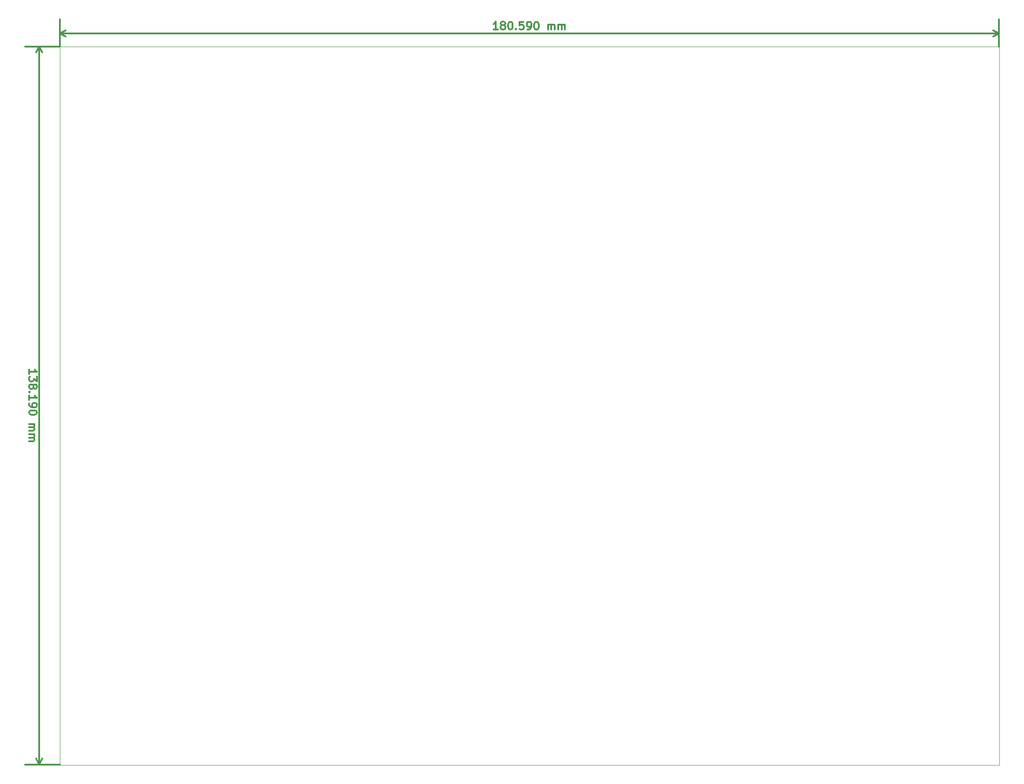
<source format=gbr>
G04 (created by PCBNEW (2013-07-07 BZR 4022)-stable) date 12/17/2014 10:58:18 AM*
%MOIN*%
G04 Gerber Fmt 3.4, Leading zero omitted, Abs format*
%FSLAX34Y34*%
G01*
G70*
G90*
G04 APERTURE LIST*
%ADD10C,0.00590551*%
%ADD11C,0.011811*%
%ADD12C,0.00393701*%
G04 APERTURE END LIST*
G54D10*
G54D11*
X24221Y-57985D02*
X24221Y-57648D01*
X24221Y-57816D02*
X24812Y-57816D01*
X24727Y-57760D01*
X24671Y-57704D01*
X24643Y-57648D01*
X24812Y-58182D02*
X24812Y-58548D01*
X24587Y-58351D01*
X24587Y-58435D01*
X24559Y-58491D01*
X24530Y-58519D01*
X24474Y-58548D01*
X24334Y-58548D01*
X24277Y-58519D01*
X24249Y-58491D01*
X24221Y-58435D01*
X24221Y-58266D01*
X24249Y-58210D01*
X24277Y-58182D01*
X24559Y-58885D02*
X24587Y-58829D01*
X24615Y-58801D01*
X24671Y-58773D01*
X24699Y-58773D01*
X24755Y-58801D01*
X24784Y-58829D01*
X24812Y-58885D01*
X24812Y-58998D01*
X24784Y-59054D01*
X24755Y-59082D01*
X24699Y-59110D01*
X24671Y-59110D01*
X24615Y-59082D01*
X24587Y-59054D01*
X24559Y-58998D01*
X24559Y-58885D01*
X24530Y-58829D01*
X24502Y-58801D01*
X24446Y-58773D01*
X24334Y-58773D01*
X24277Y-58801D01*
X24249Y-58829D01*
X24221Y-58885D01*
X24221Y-58998D01*
X24249Y-59054D01*
X24277Y-59082D01*
X24334Y-59110D01*
X24446Y-59110D01*
X24502Y-59082D01*
X24530Y-59054D01*
X24559Y-58998D01*
X24277Y-59363D02*
X24249Y-59391D01*
X24221Y-59363D01*
X24249Y-59335D01*
X24277Y-59363D01*
X24221Y-59363D01*
X24221Y-59954D02*
X24221Y-59616D01*
X24221Y-59785D02*
X24812Y-59785D01*
X24727Y-59729D01*
X24671Y-59672D01*
X24643Y-59616D01*
X24221Y-60235D02*
X24221Y-60347D01*
X24249Y-60404D01*
X24277Y-60432D01*
X24362Y-60488D01*
X24474Y-60516D01*
X24699Y-60516D01*
X24755Y-60488D01*
X24784Y-60460D01*
X24812Y-60404D01*
X24812Y-60291D01*
X24784Y-60235D01*
X24755Y-60207D01*
X24699Y-60179D01*
X24559Y-60179D01*
X24502Y-60207D01*
X24474Y-60235D01*
X24446Y-60291D01*
X24446Y-60404D01*
X24474Y-60460D01*
X24502Y-60488D01*
X24559Y-60516D01*
X24812Y-60882D02*
X24812Y-60938D01*
X24784Y-60994D01*
X24755Y-61022D01*
X24699Y-61050D01*
X24587Y-61079D01*
X24446Y-61079D01*
X24334Y-61050D01*
X24277Y-61022D01*
X24249Y-60994D01*
X24221Y-60938D01*
X24221Y-60882D01*
X24249Y-60825D01*
X24277Y-60797D01*
X24334Y-60769D01*
X24446Y-60741D01*
X24587Y-60741D01*
X24699Y-60769D01*
X24755Y-60797D01*
X24784Y-60825D01*
X24812Y-60882D01*
X24221Y-61782D02*
X24615Y-61782D01*
X24559Y-61782D02*
X24587Y-61810D01*
X24615Y-61866D01*
X24615Y-61950D01*
X24587Y-62007D01*
X24530Y-62035D01*
X24221Y-62035D01*
X24530Y-62035D02*
X24587Y-62063D01*
X24615Y-62119D01*
X24615Y-62203D01*
X24587Y-62260D01*
X24530Y-62288D01*
X24221Y-62288D01*
X24221Y-62569D02*
X24615Y-62569D01*
X24559Y-62569D02*
X24587Y-62597D01*
X24615Y-62653D01*
X24615Y-62738D01*
X24587Y-62794D01*
X24530Y-62822D01*
X24221Y-62822D01*
X24530Y-62822D02*
X24587Y-62850D01*
X24615Y-62906D01*
X24615Y-62991D01*
X24587Y-63047D01*
X24530Y-63075D01*
X24221Y-63075D01*
X24992Y-33173D02*
X24992Y-87578D01*
X26555Y-33173D02*
X23929Y-33173D01*
X26555Y-87578D02*
X23929Y-87578D01*
X24992Y-87578D02*
X24761Y-87135D01*
X24992Y-87578D02*
X25223Y-87135D01*
X24992Y-33173D02*
X24761Y-33616D01*
X24992Y-33173D02*
X25223Y-33616D01*
X59713Y-31896D02*
X59376Y-31895D01*
X59545Y-31895D02*
X59546Y-31305D01*
X59489Y-31389D01*
X59433Y-31445D01*
X59377Y-31473D01*
X60051Y-31559D02*
X59995Y-31531D01*
X59967Y-31503D01*
X59939Y-31446D01*
X59939Y-31418D01*
X59967Y-31362D01*
X59995Y-31334D01*
X60052Y-31306D01*
X60164Y-31306D01*
X60220Y-31334D01*
X60248Y-31362D01*
X60277Y-31419D01*
X60276Y-31447D01*
X60248Y-31503D01*
X60220Y-31531D01*
X60164Y-31559D01*
X60051Y-31559D01*
X59995Y-31587D01*
X59967Y-31615D01*
X59939Y-31671D01*
X59938Y-31784D01*
X59966Y-31840D01*
X59995Y-31868D01*
X60051Y-31896D01*
X60163Y-31897D01*
X60219Y-31869D01*
X60248Y-31840D01*
X60276Y-31784D01*
X60276Y-31672D01*
X60248Y-31615D01*
X60220Y-31587D01*
X60164Y-31559D01*
X60642Y-31307D02*
X60699Y-31307D01*
X60755Y-31335D01*
X60783Y-31363D01*
X60811Y-31420D01*
X60839Y-31532D01*
X60839Y-31673D01*
X60810Y-31785D01*
X60782Y-31841D01*
X60754Y-31869D01*
X60698Y-31897D01*
X60641Y-31897D01*
X60585Y-31869D01*
X60557Y-31841D01*
X60529Y-31785D01*
X60501Y-31672D01*
X60501Y-31532D01*
X60530Y-31419D01*
X60558Y-31363D01*
X60586Y-31335D01*
X60642Y-31307D01*
X61091Y-31842D02*
X61119Y-31870D01*
X61091Y-31898D01*
X61063Y-31870D01*
X61091Y-31842D01*
X61091Y-31898D01*
X61655Y-31309D02*
X61373Y-31308D01*
X61345Y-31589D01*
X61373Y-31561D01*
X61429Y-31533D01*
X61570Y-31533D01*
X61626Y-31562D01*
X61654Y-31590D01*
X61682Y-31646D01*
X61682Y-31787D01*
X61654Y-31843D01*
X61626Y-31871D01*
X61569Y-31899D01*
X61429Y-31899D01*
X61372Y-31871D01*
X61344Y-31842D01*
X61963Y-31900D02*
X62075Y-31900D01*
X62132Y-31872D01*
X62160Y-31844D01*
X62216Y-31760D01*
X62245Y-31647D01*
X62245Y-31422D01*
X62217Y-31366D01*
X62189Y-31338D01*
X62133Y-31309D01*
X62020Y-31309D01*
X61964Y-31337D01*
X61936Y-31365D01*
X61908Y-31422D01*
X61907Y-31562D01*
X61935Y-31618D01*
X61963Y-31647D01*
X62020Y-31675D01*
X62132Y-31675D01*
X62188Y-31647D01*
X62217Y-31619D01*
X62245Y-31563D01*
X62611Y-31310D02*
X62667Y-31310D01*
X62723Y-31339D01*
X62751Y-31367D01*
X62779Y-31423D01*
X62807Y-31536D01*
X62807Y-31676D01*
X62779Y-31789D01*
X62750Y-31845D01*
X62722Y-31873D01*
X62666Y-31901D01*
X62610Y-31901D01*
X62554Y-31873D01*
X62526Y-31844D01*
X62497Y-31788D01*
X62470Y-31676D01*
X62470Y-31535D01*
X62498Y-31423D01*
X62526Y-31366D01*
X62555Y-31338D01*
X62611Y-31310D01*
X63510Y-31902D02*
X63510Y-31509D01*
X63510Y-31565D02*
X63538Y-31537D01*
X63595Y-31509D01*
X63679Y-31509D01*
X63735Y-31537D01*
X63763Y-31594D01*
X63763Y-31903D01*
X63763Y-31594D02*
X63792Y-31537D01*
X63848Y-31509D01*
X63932Y-31509D01*
X63988Y-31538D01*
X64016Y-31594D01*
X64016Y-31903D01*
X64297Y-31904D02*
X64298Y-31510D01*
X64298Y-31566D02*
X64326Y-31538D01*
X64382Y-31510D01*
X64466Y-31510D01*
X64523Y-31539D01*
X64551Y-31595D01*
X64550Y-31904D01*
X64551Y-31595D02*
X64579Y-31539D01*
X64635Y-31511D01*
X64720Y-31511D01*
X64776Y-31539D01*
X64804Y-31595D01*
X64803Y-31905D01*
X26555Y-32188D02*
X97653Y-32196D01*
X26555Y-33177D02*
X26555Y-31125D01*
X97653Y-33185D02*
X97653Y-31133D01*
X97653Y-32196D02*
X97210Y-32427D01*
X97653Y-32196D02*
X97210Y-31965D01*
X26555Y-32188D02*
X26998Y-32419D01*
X26555Y-32188D02*
X26998Y-31958D01*
G54D12*
X31645Y-87622D02*
X26559Y-87622D01*
X97692Y-87622D02*
X97681Y-87622D01*
X97692Y-33173D02*
X97692Y-87622D01*
X97681Y-87622D02*
X97681Y-87618D01*
X31641Y-87622D02*
X97681Y-87622D01*
X26551Y-36401D02*
X26551Y-87622D01*
X26551Y-33177D02*
X97688Y-33177D01*
X26551Y-33291D02*
X26551Y-33177D01*
X26551Y-36401D02*
X26551Y-33291D01*
M02*

</source>
